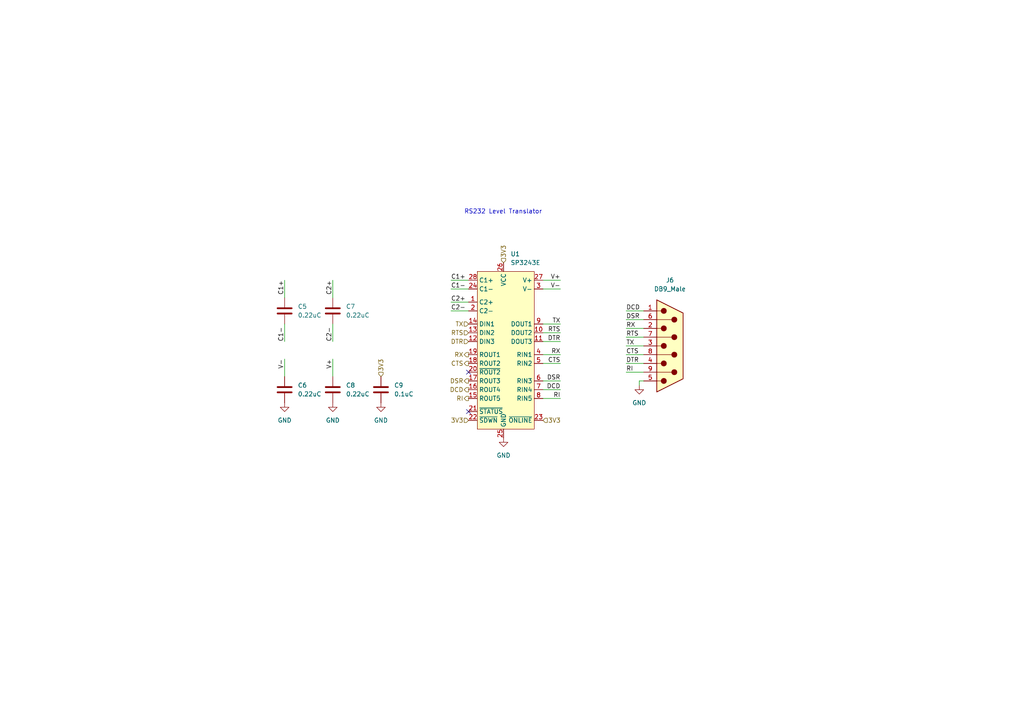
<source format=kicad_sch>
(kicad_sch (version 20211123) (generator eeschema)
  (paper "A4")
  (lib_symbols
    (symbol "Connector:DB9_Male" (pin_names (offset 1.016) hide)
      (property "Reference" "J" (at 0 13.97 0))
      (property "Value" "DB9_Male" (at 0 -14.605 0))
      (symbol "DB9_Male_0_1"
        (circle (center -1.778 -10.16) (radius 0.762) (fill (type outline)))
        (circle (center -1.778 -5.08) (radius 0.762) (fill (type outline)))
        (circle (center -1.778 0) (radius 0.762) (fill (type outline)))
        (circle (center -1.778 5.08) (radius 0.762) (fill (type outline)))
        (circle (center -1.778 10.16) (radius 0.762) (fill (type outline)))
        (polyline (pts (xy -3.81 -10.16) (xy -2.54 -10.16)))
        (polyline (pts (xy -3.81 -7.62) (xy 0.508 -7.62)))
        (polyline (pts (xy -3.81 -5.08) (xy -2.54 -5.08)))
        (polyline (pts (xy -3.81 -2.54) (xy 0.508 -2.54)))
        (polyline (pts (xy -3.81 0) (xy -2.54 0)))
        (polyline (pts (xy -3.81 2.54) (xy 0.508 2.54)))
        (polyline (pts (xy -3.81 5.08) (xy -2.54 5.08)))
        (polyline (pts (xy -3.81 7.62) (xy 0.508 7.62)))
        (polyline (pts (xy -3.81 10.16) (xy -2.54 10.16)))
        (polyline (pts (xy -3.81 -13.335) (xy -3.81 13.335) (xy 3.81 9.525) (xy 3.81 -9.525) (xy -3.81 -13.335)) (stroke (width 0.254)) (fill (type background)))
        (circle (center 1.27 -7.62) (radius 0.762) (fill (type outline)))
        (circle (center 1.27 -2.54) (radius 0.762) (fill (type outline)))
        (circle (center 1.27 2.54) (radius 0.762) (fill (type outline)))
        (circle (center 1.27 7.62) (radius 0.762) (fill (type outline)))
      )
      (symbol "DB9_Male_1_1"
        (pin passive line (at -7.62 -10.16 0) (length 3.81) (name "1") (number "1"))
        (pin passive line (at -7.62 -5.08 0) (length 3.81) (name "2") (number "2"))
        (pin passive line (at -7.62 0 0) (length 3.81) (name "3") (number "3"))
        (pin passive line (at -7.62 5.08 0) (length 3.81) (name "4") (number "4"))
        (pin passive line (at -7.62 10.16 0) (length 3.81) (name "5") (number "5"))
        (pin passive line (at -7.62 -7.62 0) (length 3.81) (name "6") (number "6"))
        (pin passive line (at -7.62 -2.54 0) (length 3.81) (name "7") (number "7"))
        (pin passive line (at -7.62 2.54 0) (length 3.81) (name "8") (number "8"))
        (pin passive line (at -7.62 7.62 0) (length 3.81) (name "9") (number "9"))
      )
    )
    (symbol "Device:C" (pin_numbers hide) (pin_names (offset 0.254))
      (property "Reference" "C" (at 0.635 2.54 0))
      (property "Value" "C" (at 0.635 -2.54 0))
      (symbol "C_0_1"
        (polyline (pts (xy -2.032 -0.762) (xy 2.032 -0.762)) (stroke (width 0.508)))
        (polyline (pts (xy -2.032 0.762) (xy 2.032 0.762)) (stroke (width 0.508)))
      )
      (symbol "C_1_1"
        (pin passive line (at 0 3.81 270) (length 2.794) (name "~") (number "1"))
        (pin passive line (at 0 -3.81 90) (length 2.794) (name "~") (number "2"))
      )
    )
    (symbol "Interface_UART_custom:SP3243E"
      (property "Reference" "U" (at -7.62 15.24 0))
      (property "Value" "SP3243E" (at 5.08 15.24 0))
      (symbol "SP3243E_0_1"
        (rectangle (start -7.62 13.97) (end 8.89 -31.75) (fill (type background)))
      )
      (symbol "SP3243E_1_1"
        (pin passive line (at -10.16 5.08 0) (length 2.54) (name "C2+") (number "1"))
        (pin output line (at 11.43 -3.81 180) (length 2.54) (name "DOUT2") (number "10"))
        (pin output line (at 11.43 -6.35 180) (length 2.54) (name "DOUT3") (number "11"))
        (pin input line (at -10.16 -6.35 0) (length 2.54) (name "DIN3") (number "12"))
        (pin input line (at -10.16 -3.81 0) (length 2.54) (name "DIN2") (number "13"))
        (pin input line (at -10.16 -1.27 0) (length 2.54) (name "DIN1") (number "14"))
        (pin output line (at -10.16 -22.86 0) (length 2.54) (name "ROUT5") (number "15"))
        (pin output line (at -10.16 -20.32 0) (length 2.54) (name "ROUT4") (number "16"))
        (pin output line (at -10.16 -17.78 0) (length 2.54) (name "ROUT3") (number "17"))
        (pin output line (at -10.16 -12.7 0) (length 2.54) (name "ROUT2") (number "18"))
        (pin output line (at -10.16 -10.16 0) (length 2.54) (name "ROUT1") (number "19"))
        (pin passive line (at -10.16 2.54 0) (length 2.54) (name "C2-") (number "2"))
        (pin output line (at -10.16 -15.24 0) (length 2.54) (name "~{ROUT2}") (number "20"))
        (pin input line (at -10.16 -26.67 0) (length 2.54) (name "~{STATUS}") (number "21"))
        (pin input line (at -10.16 -29.21 0) (length 2.54) (name "~{SDWN}") (number "22"))
        (pin output line (at 11.43 -29.21 180) (length 2.54) (name "~{ONLINE}") (number "23"))
        (pin passive line (at -10.16 8.89 0) (length 2.54) (name "C1-") (number "24"))
        (pin power_in line (at 0 -34.29 90) (length 2.54) (name "GND") (number "25"))
        (pin power_in line (at 0 16.51 270) (length 2.54) (name "VCC") (number "26"))
        (pin power_in line (at 11.43 11.43 180) (length 2.54) (name "V+") (number "27"))
        (pin passive line (at -10.16 11.43 0) (length 2.54) (name "C1+") (number "28"))
        (pin power_in line (at 11.43 8.89 180) (length 2.54) (name "V-") (number "3"))
        (pin input line (at 11.43 -10.16 180) (length 2.54) (name "RIN1") (number "4"))
        (pin input line (at 11.43 -12.7 180) (length 2.54) (name "RIN2") (number "5"))
        (pin input line (at 11.43 -17.78 180) (length 2.54) (name "RIN3") (number "6"))
        (pin input line (at 11.43 -20.32 180) (length 2.54) (name "RIN4") (number "7"))
        (pin input line (at 11.43 -22.86 180) (length 2.54) (name "RIN5") (number "8"))
        (pin output line (at 11.43 -1.27 180) (length 2.54) (name "DOUT1") (number "9"))
      )
    )
    (symbol "power:GND" (power) (pin_names (offset 0))
      (property "Value" "GND" (at 0 -3.81 0))
      (symbol "GND_0_1"
        (polyline (pts (xy 0 0) (xy 0 -1.27) (xy 1.27 -1.27) (xy 0 -2.54) (xy -1.27 -1.27) (xy 0 -1.27)))
      )
      (symbol "GND_1_1"
        (pin power_in line (at 0 0 270) (length 0) hide (name "GND") (number "1"))
      )
    )
  )
  (no_connect (at 135.89 107.95))
  (no_connect (at 135.89 119.38))
  (wire (pts (xy 130.81 90.17) (xy 135.89 90.17)))
  (wire (pts (xy 157.48 83.82) (xy 162.56 83.82)))
  (wire (pts (xy 157.48 115.57) (xy 162.56 115.57)))
  (wire (pts (xy 82.55 81.28) (xy 82.55 86.36)))
  (wire (pts (xy 96.52 81.28) (xy 96.52 86.36)))
  (wire (pts (xy 181.61 90.17) (xy 186.69 90.17)))
  (wire (pts (xy 181.61 107.95) (xy 186.69 107.95)))
  (wire (pts (xy 157.48 93.98) (xy 162.56 93.98)))
  (wire (pts (xy 181.61 92.71) (xy 186.69 92.71)))
  (wire (pts (xy 130.81 83.82) (xy 135.89 83.82)))
  (wire (pts (xy 181.61 102.87) (xy 186.69 102.87)))
  (wire (pts (xy 157.48 105.41) (xy 162.56 105.41)))
  (wire (pts (xy 181.61 97.79) (xy 186.69 97.79)))
  (wire (pts (xy 157.48 96.52) (xy 162.56 96.52)))
  (wire (pts (xy 157.48 99.06) (xy 162.56 99.06)))
  (wire (pts (xy 157.48 110.49) (xy 162.56 110.49)))
  (wire (pts (xy 185.42 110.49) (xy 185.42 111.76)))
  (wire (pts (xy 96.52 104.14) (xy 96.52 109.22)))
  (wire (pts (xy 96.52 93.98) (xy 96.52 99.06)))
  (wire (pts (xy 157.48 113.03) (xy 162.56 113.03)))
  (wire (pts (xy 157.48 102.87) (xy 162.56 102.87)))
  (wire (pts (xy 130.81 81.28) (xy 135.89 81.28)))
  (wire (pts (xy 130.81 87.63) (xy 135.89 87.63)))
  (wire (pts (xy 82.55 93.98) (xy 82.55 99.06)))
  (wire (pts (xy 181.61 95.25) (xy 186.69 95.25)))
  (wire (pts (xy 82.55 104.14) (xy 82.55 109.22)))
  (wire (pts (xy 181.61 105.41) (xy 186.69 105.41)))
  (wire (pts (xy 186.69 110.49) (xy 185.42 110.49)))
  (wire (pts (xy 157.48 81.28) (xy 162.56 81.28)))
  (wire (pts (xy 181.61 100.33) (xy 186.69 100.33)))
  (text "RS232 Level Translator" (at 134.62 62.23 0) (effects (font (size 1.27 1.27)) (justify left bottom)))
  (label "CTS" (at 162.56 105.41 180))
  (label "RTS" (at 181.61 97.79 0))
  (label "V+" (at 162.56 81.28 180))
  (label "RI" (at 162.56 115.57 180))
  (label "C2-" (at 130.81 90.17 0))
  (label "RX" (at 181.61 95.25 0))
  (label "DCD" (at 162.56 113.03 180))
  (label "C2-" (at 96.52 99.06 90))
  (label "C1-" (at 130.81 83.82 0))
  (label "RI" (at 181.61 107.95 0))
  (label "V-" (at 162.56 83.82 180))
  (label "C1-" (at 82.55 99.06 90))
  (label "RX" (at 162.56 102.87 180))
  (label "TX" (at 162.56 93.98 180))
  (label "DTR" (at 162.56 99.06 180))
  (label "C1+" (at 130.81 81.28 0))
  (label "C2+" (at 96.52 81.28 270))
  (label "V-" (at 82.55 104.14 270))
  (label "DSR" (at 162.56 110.49 180))
  (label "TX" (at 181.61 100.33 0))
  (label "C2+" (at 130.81 87.63 0))
  (label "DTR" (at 181.61 105.41 0))
  (label "DSR" (at 181.61 92.71 0))
  (label "V+" (at 96.52 104.14 270))
  (label "CTS" (at 181.61 102.87 0))
  (label "DCD" (at 181.61 90.17 0))
  (label "C1+" (at 82.55 81.28 270))
  (label "RTS" (at 162.56 96.52 180))
  (hierarchical_label "RX" (shape output) (at 135.89 102.87 180))
  (hierarchical_label "3V3" (shape input) (at 110.49 109.22 90))
  (hierarchical_label "DTR" (shape input) (at 135.89 99.06 180))
  (hierarchical_label "DSR" (shape output) (at 135.89 110.49 180))
  (hierarchical_label "RI" (shape output) (at 135.89 115.57 180))
  (hierarchical_label "3V3" (shape input) (at 146.05 76.2 90))
  (hierarchical_label "3V3" (shape input) (at 157.48 121.92 0))
  (hierarchical_label "RTS" (shape input) (at 135.89 96.52 180))
  (hierarchical_label "TX" (shape input) (at 135.89 93.98 180))
  (hierarchical_label "CTS" (shape output) (at 135.89 105.41 180))
  (hierarchical_label "3V3" (shape input) (at 135.89 121.92 180))
  (hierarchical_label "DCD" (shape output) (at 135.89 113.03 180))
  (symbol (lib_id "Device:C") (at 82.55 113.03 180) (unit 1)
    (property "Reference" "C6" (at 86.36 111.7599 0) (effects (justify right)))
    (property "Value" "0.22uC" (at 86.36 114.2999 0) (effects (justify right)))
    (property "Footprint" "Capacitor_SMD:C_0805_2012Metric_Pad1.18x1.45mm_HandSolder" (effects hide))
    (property "Datasheet" "https://datasheet.lcsc.com/lcsc/1810132013_TDK-C2012X7R1E224KT0H0N_C76640.pdf" (effects hide))
    (property "Manufacturer Part Number" "C2012X7R1E224KT0H0N" (effects hide))
  )
  (symbol (lib_id "Device:C") (at 82.55 90.17 180) (unit 1)
    (property "Reference" "C5" (at 86.36 88.8999 0) (effects (justify right)))
    (property "Value" "0.22uC" (at 86.36 91.4399 0) (effects (justify right)))
    (property "Footprint" "Capacitor_SMD:C_0805_2012Metric_Pad1.18x1.45mm_HandSolder" (effects hide))
    (property "Datasheet" "https://datasheet.lcsc.com/lcsc/1810132013_TDK-C2012X7R1E224KT0H0N_C76640.pdf" (effects hide))
    (property "Manufacturer Part Number" "C2012X7R1E224KT0H0N" (effects hide))
  )
  (symbol (lib_id "power:GND") (at 110.49 116.84 0) (unit 1)
    (property "Reference" "#PWR019" (effects hide))
    (property "Value" "GND" (at 110.49 121.92 0))
  )
  (symbol (lib_id "Device:C") (at 110.49 113.03 180) (unit 1)
    (property "Reference" "C9" (at 114.3 111.7599 0) (effects (justify right)))
    (property "Value" "0.1uC" (at 114.3 114.2999 0) (effects (justify right)))
    (property "Footprint" "Capacitor_SMD:C_0805_2012Metric_Pad1.18x1.45mm_HandSolder" (effects hide))
    (property "Datasheet" "https://datasheet.lcsc.com/lcsc/2006111832_YAGEO-CC0805KRX7R8BB104_C519981.pdf" (effects hide))
    (property "Manufacturer Part Number" "CC0805KRX7R8BB104" (effects hide))
  )
  (symbol (lib_id "power:GND") (at 185.42 111.76 0) (unit 1)
    (property "Reference" "#PWR021" (effects hide))
    (property "Value" "GND" (at 185.42 116.84 0))
  )
  (symbol (lib_id "Interface_UART_custom:SP3243E") (at 146.05 92.71 0) (unit 1)
    (property "Reference" "U1" (at 148.0694 73.66 0) (effects (justify left)))
    (property "Value" "SP3243E" (at 148.0694 76.2 0) (effects (justify left)))
    (property "Footprint" "Package_SO:TSSOP-28_4.4x9.7mm_P0.65mm" (effects hide))
    (property "Datasheet" "https://datasheet.lcsc.com/lcsc/2010291008_MaxLinear-SP3243EBEY-L-TR_C702759.pdf" (effects hide))
    (property "Manufacturer Part Number" "SP3243EBEY-L/TR" (effects hide))
  )
  (symbol (lib_id "Connector:DB9_Male") (at 194.31 100.33 0) (mirror x) (unit 1)
    (property "Reference" "J6" (at 194.31 81.28 0))
    (property "Value" "DB9_Male" (at 194.31 83.82 0))
    (property "Footprint" "Connector_Dsub:DSUB-9_Male_Vertical_P2.77x2.84mm_MountingHoles" (effects hide))
    (property "Datasheet" "https://datasheet.lcsc.com/lcsc/1912111437_FOXCONN-DT00151-H1A2-4F_C426224.pdf" (effects hide))
    (property "Manufacturer Part Number" "DT00151-H1A2-4F" (effects hide))
  )
  (symbol (lib_id "Device:C") (at 96.52 113.03 180) (unit 1)
    (property "Reference" "C8" (at 100.33 111.7599 0) (effects (justify right)))
    (property "Value" "0.22uC" (at 100.33 114.2999 0) (effects (justify right)))
    (property "Footprint" "Capacitor_SMD:C_0805_2012Metric_Pad1.18x1.45mm_HandSolder" (effects hide))
    (property "Datasheet" "https://datasheet.lcsc.com/lcsc/1810132013_TDK-C2012X7R1E224KT0H0N_C76640.pdf" (effects hide))
    (property "Manufacturer Part Number" "C2012X7R1E224KT0H0N" (effects hide))
  )
  (symbol (lib_id "power:GND") (at 82.55 116.84 0) (unit 1)
    (property "Reference" "#PWR017" (effects hide))
    (property "Value" "GND" (at 82.55 121.92 0))
  )
  (symbol (lib_id "power:GND") (at 146.05 127 0) (unit 1)
    (property "Reference" "#PWR020" (effects hide))
    (property "Value" "GND" (at 146.05 132.08 0))
  )
  (symbol (lib_id "Device:C") (at 96.52 90.17 180) (unit 1)
    (property "Reference" "C7" (at 100.33 88.8999 0) (effects (justify right)))
    (property "Value" "0.22uC" (at 100.33 91.4399 0) (effects (justify right)))
    (property "Footprint" "Capacitor_SMD:C_0805_2012Metric_Pad1.18x1.45mm_HandSolder" (effects hide))
    (property "Datasheet" "https://datasheet.lcsc.com/lcsc/1810132013_TDK-C2012X7R1E224KT0H0N_C76640.pdf" (effects hide))
    (property "Manufacturer Part Number" "C2012X7R1E224KT0H0N" (effects hide))
  )
  (symbol (lib_id "power:GND") (at 96.52 116.84 0) (unit 1)
    (property "Reference" "#PWR018" (effects hide))
    (property "Value" "GND" (at 96.52 121.92 0))
  )
)
</source>
